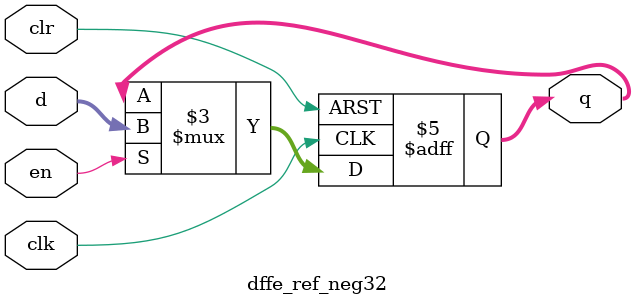
<source format=v>
module dffe_ref_neg32 (q, d, clk, en, clr);
   
   //Inputs
   input [31:0] d;
   input clk, en, clr;
   
   //Internal wire
   wire clr;

   //Output
   output[31:0] q;
   
   //Register
   reg [31:0] q;

   //Intialize q to 0
   initial
   begin
       q = 0;
   end

   //Set value of q on positive edge of the clock or clear
   always @(negedge clk or posedge clr) begin
       //If clear is high, set q to 0
       if (clr) begin
           q <= 0;
       //If enable is high, set q to the value of d
       end else if (en) begin
           q <= d;
       end
   end
endmodule
</source>
